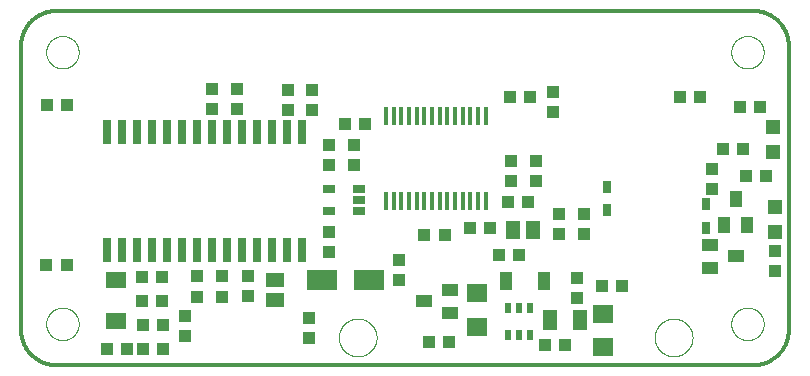
<source format=gtp>
G75*
%MOIN*%
%OFA0B0*%
%FSLAX25Y25*%
%IPPOS*%
%LPD*%
%AMOC8*
5,1,8,0,0,1.08239X$1,22.5*
%
%ADD10C,0.01200*%
%ADD11R,0.04331X0.03937*%
%ADD12R,0.03937X0.04331*%
%ADD13R,0.07087X0.06299*%
%ADD14R,0.04724X0.06890*%
%ADD15R,0.03937X0.05906*%
%ADD16R,0.02362X0.03543*%
%ADD17R,0.03150X0.03937*%
%ADD18R,0.05512X0.03937*%
%ADD19R,0.03937X0.05512*%
%ADD20R,0.01575X0.05906*%
%ADD21R,0.04724X0.04724*%
%ADD22R,0.02600X0.08000*%
%ADD23R,0.03898X0.02717*%
%ADD24R,0.05906X0.05118*%
%ADD25R,0.07087X0.05512*%
%ADD26R,0.09843X0.06693*%
%ADD27R,0.05118X0.05906*%
%ADD28C,0.00000*%
D10*
X0015580Y0025231D02*
X0247863Y0025231D01*
X0248148Y0025234D01*
X0248434Y0025245D01*
X0248719Y0025262D01*
X0249003Y0025286D01*
X0249287Y0025317D01*
X0249570Y0025355D01*
X0249851Y0025400D01*
X0250132Y0025451D01*
X0250412Y0025509D01*
X0250690Y0025574D01*
X0250966Y0025646D01*
X0251240Y0025724D01*
X0251513Y0025809D01*
X0251783Y0025901D01*
X0252051Y0025999D01*
X0252317Y0026103D01*
X0252580Y0026214D01*
X0252840Y0026331D01*
X0253098Y0026454D01*
X0253352Y0026584D01*
X0253603Y0026720D01*
X0253851Y0026861D01*
X0254095Y0027009D01*
X0254336Y0027162D01*
X0254572Y0027322D01*
X0254805Y0027487D01*
X0255034Y0027657D01*
X0255259Y0027833D01*
X0255479Y0028015D01*
X0255695Y0028201D01*
X0255906Y0028393D01*
X0256113Y0028590D01*
X0256315Y0028792D01*
X0256512Y0028999D01*
X0256704Y0029210D01*
X0256890Y0029426D01*
X0257072Y0029646D01*
X0257248Y0029871D01*
X0257418Y0030100D01*
X0257583Y0030333D01*
X0257743Y0030569D01*
X0257896Y0030810D01*
X0258044Y0031054D01*
X0258185Y0031302D01*
X0258321Y0031553D01*
X0258451Y0031807D01*
X0258574Y0032065D01*
X0258691Y0032325D01*
X0258802Y0032588D01*
X0258906Y0032854D01*
X0259004Y0033122D01*
X0259096Y0033392D01*
X0259181Y0033665D01*
X0259259Y0033939D01*
X0259331Y0034215D01*
X0259396Y0034493D01*
X0259454Y0034773D01*
X0259505Y0035054D01*
X0259550Y0035335D01*
X0259588Y0035618D01*
X0259619Y0035902D01*
X0259643Y0036186D01*
X0259660Y0036471D01*
X0259671Y0036757D01*
X0259674Y0037042D01*
X0259674Y0131530D01*
X0259671Y0131815D01*
X0259660Y0132101D01*
X0259643Y0132386D01*
X0259619Y0132670D01*
X0259588Y0132954D01*
X0259550Y0133237D01*
X0259505Y0133518D01*
X0259454Y0133799D01*
X0259396Y0134079D01*
X0259331Y0134357D01*
X0259259Y0134633D01*
X0259181Y0134907D01*
X0259096Y0135180D01*
X0259004Y0135450D01*
X0258906Y0135718D01*
X0258802Y0135984D01*
X0258691Y0136247D01*
X0258574Y0136507D01*
X0258451Y0136765D01*
X0258321Y0137019D01*
X0258185Y0137270D01*
X0258044Y0137518D01*
X0257896Y0137762D01*
X0257743Y0138003D01*
X0257583Y0138239D01*
X0257418Y0138472D01*
X0257248Y0138701D01*
X0257072Y0138926D01*
X0256890Y0139146D01*
X0256704Y0139362D01*
X0256512Y0139573D01*
X0256315Y0139780D01*
X0256113Y0139982D01*
X0255906Y0140179D01*
X0255695Y0140371D01*
X0255479Y0140557D01*
X0255259Y0140739D01*
X0255034Y0140915D01*
X0254805Y0141085D01*
X0254572Y0141250D01*
X0254336Y0141410D01*
X0254095Y0141563D01*
X0253851Y0141711D01*
X0253603Y0141852D01*
X0253352Y0141988D01*
X0253098Y0142118D01*
X0252840Y0142241D01*
X0252580Y0142358D01*
X0252317Y0142469D01*
X0252051Y0142573D01*
X0251783Y0142671D01*
X0251513Y0142763D01*
X0251240Y0142848D01*
X0250966Y0142926D01*
X0250690Y0142998D01*
X0250412Y0143063D01*
X0250132Y0143121D01*
X0249851Y0143172D01*
X0249570Y0143217D01*
X0249287Y0143255D01*
X0249003Y0143286D01*
X0248719Y0143310D01*
X0248434Y0143327D01*
X0248148Y0143338D01*
X0247863Y0143341D01*
X0015580Y0143341D01*
X0015295Y0143338D01*
X0015009Y0143327D01*
X0014724Y0143310D01*
X0014440Y0143286D01*
X0014156Y0143255D01*
X0013873Y0143217D01*
X0013592Y0143172D01*
X0013311Y0143121D01*
X0013031Y0143063D01*
X0012753Y0142998D01*
X0012477Y0142926D01*
X0012203Y0142848D01*
X0011930Y0142763D01*
X0011660Y0142671D01*
X0011392Y0142573D01*
X0011126Y0142469D01*
X0010863Y0142358D01*
X0010603Y0142241D01*
X0010345Y0142118D01*
X0010091Y0141988D01*
X0009840Y0141852D01*
X0009592Y0141711D01*
X0009348Y0141563D01*
X0009107Y0141410D01*
X0008871Y0141250D01*
X0008638Y0141085D01*
X0008409Y0140915D01*
X0008184Y0140739D01*
X0007964Y0140557D01*
X0007748Y0140371D01*
X0007537Y0140179D01*
X0007330Y0139982D01*
X0007128Y0139780D01*
X0006931Y0139573D01*
X0006739Y0139362D01*
X0006553Y0139146D01*
X0006371Y0138926D01*
X0006195Y0138701D01*
X0006025Y0138472D01*
X0005860Y0138239D01*
X0005700Y0138003D01*
X0005547Y0137762D01*
X0005399Y0137518D01*
X0005258Y0137270D01*
X0005122Y0137019D01*
X0004992Y0136765D01*
X0004869Y0136507D01*
X0004752Y0136247D01*
X0004641Y0135984D01*
X0004537Y0135718D01*
X0004439Y0135450D01*
X0004347Y0135180D01*
X0004262Y0134907D01*
X0004184Y0134633D01*
X0004112Y0134357D01*
X0004047Y0134079D01*
X0003989Y0133799D01*
X0003938Y0133518D01*
X0003893Y0133237D01*
X0003855Y0132954D01*
X0003824Y0132670D01*
X0003800Y0132386D01*
X0003783Y0132101D01*
X0003772Y0131815D01*
X0003769Y0131530D01*
X0003769Y0037042D01*
X0003772Y0036757D01*
X0003783Y0036471D01*
X0003800Y0036186D01*
X0003824Y0035902D01*
X0003855Y0035618D01*
X0003893Y0035335D01*
X0003938Y0035054D01*
X0003989Y0034773D01*
X0004047Y0034493D01*
X0004112Y0034215D01*
X0004184Y0033939D01*
X0004262Y0033665D01*
X0004347Y0033392D01*
X0004439Y0033122D01*
X0004537Y0032854D01*
X0004641Y0032588D01*
X0004752Y0032325D01*
X0004869Y0032065D01*
X0004992Y0031807D01*
X0005122Y0031553D01*
X0005258Y0031302D01*
X0005399Y0031054D01*
X0005547Y0030810D01*
X0005700Y0030569D01*
X0005860Y0030333D01*
X0006025Y0030100D01*
X0006195Y0029871D01*
X0006371Y0029646D01*
X0006553Y0029426D01*
X0006739Y0029210D01*
X0006931Y0028999D01*
X0007128Y0028792D01*
X0007330Y0028590D01*
X0007537Y0028393D01*
X0007748Y0028201D01*
X0007964Y0028015D01*
X0008184Y0027833D01*
X0008409Y0027657D01*
X0008638Y0027487D01*
X0008871Y0027322D01*
X0009107Y0027162D01*
X0009348Y0027009D01*
X0009592Y0026861D01*
X0009840Y0026720D01*
X0010091Y0026584D01*
X0010345Y0026454D01*
X0010603Y0026331D01*
X0010863Y0026214D01*
X0011126Y0026103D01*
X0011392Y0025999D01*
X0011660Y0025901D01*
X0011930Y0025809D01*
X0012203Y0025724D01*
X0012477Y0025646D01*
X0012753Y0025574D01*
X0013031Y0025509D01*
X0013311Y0025451D01*
X0013592Y0025400D01*
X0013873Y0025355D01*
X0014156Y0025317D01*
X0014440Y0025286D01*
X0014724Y0025262D01*
X0015009Y0025245D01*
X0015295Y0025234D01*
X0015580Y0025231D01*
D11*
X0044241Y0030743D03*
X0050934Y0030743D03*
X0058375Y0034995D03*
X0058375Y0041688D03*
X0050816Y0046767D03*
X0044123Y0046767D03*
X0044202Y0054759D03*
X0050894Y0054759D03*
X0079556Y0054877D03*
X0079556Y0048184D03*
X0018926Y0058578D03*
X0012233Y0058578D03*
X0106328Y0092082D03*
X0114595Y0092042D03*
X0114595Y0098735D03*
X0106328Y0098775D03*
X0111721Y0105625D03*
X0118414Y0105625D03*
X0100816Y0110389D03*
X0092666Y0110389D03*
X0092666Y0117082D03*
X0100816Y0117082D03*
X0166131Y0079680D03*
X0172824Y0079680D03*
X0160186Y0070822D03*
X0153493Y0070822D03*
X0162942Y0062042D03*
X0169635Y0062042D03*
X0189202Y0054326D03*
X0197272Y0051727D03*
X0203965Y0051727D03*
X0189202Y0047633D03*
X0185009Y0031944D03*
X0178316Y0031944D03*
X0255146Y0056767D03*
X0255146Y0063460D03*
X0234083Y0084089D03*
X0234083Y0090782D03*
X0237587Y0097397D03*
X0244280Y0097397D03*
X0230068Y0114483D03*
X0223375Y0114483D03*
X0180934Y0116294D03*
X0180934Y0109601D03*
X0019044Y0112121D03*
X0012351Y0112121D03*
D12*
X0067548Y0110586D03*
X0075698Y0110625D03*
X0075698Y0117318D03*
X0067548Y0117278D03*
X0106446Y0069798D03*
X0106446Y0063105D03*
X0129733Y0060192D03*
X0129733Y0053499D03*
X0138217Y0068538D03*
X0144910Y0068538D03*
X0167233Y0086491D03*
X0175501Y0086688D03*
X0175501Y0093381D03*
X0167233Y0093184D03*
X0183178Y0075507D03*
X0191367Y0075546D03*
X0191367Y0068853D03*
X0183178Y0068814D03*
X0245461Y0088420D03*
X0252154Y0088420D03*
X0250028Y0111255D03*
X0243335Y0111255D03*
X0173493Y0114798D03*
X0166800Y0114798D03*
X0070894Y0054837D03*
X0062430Y0054837D03*
X0062430Y0048145D03*
X0070894Y0048145D03*
X0050934Y0038735D03*
X0044241Y0038735D03*
X0039044Y0030743D03*
X0032351Y0030743D03*
X0099635Y0034286D03*
X0099635Y0040979D03*
X0139635Y0033105D03*
X0146328Y0033105D03*
D13*
X0155619Y0038145D03*
X0155619Y0049168D03*
X0197666Y0042200D03*
X0197666Y0031176D03*
D14*
X0189969Y0040389D03*
X0179930Y0040389D03*
D15*
X0178080Y0053204D03*
X0165284Y0053204D03*
D16*
X0165934Y0044208D03*
X0169674Y0044208D03*
X0173414Y0044208D03*
X0173414Y0035152D03*
X0169674Y0035152D03*
X0165934Y0035152D03*
D17*
X0232154Y0071097D03*
X0232154Y0078971D03*
X0199083Y0076885D03*
X0199083Y0084759D03*
D18*
X0233532Y0065231D03*
X0242194Y0061491D03*
X0233532Y0057751D03*
X0146879Y0050231D03*
X0138217Y0046491D03*
X0146879Y0042751D03*
D19*
X0238178Y0071924D03*
X0245658Y0071924D03*
X0241918Y0080586D03*
D20*
X0158670Y0079818D03*
X0156111Y0079818D03*
X0153552Y0079818D03*
X0150993Y0079818D03*
X0148434Y0079818D03*
X0145875Y0079818D03*
X0143316Y0079818D03*
X0140757Y0079818D03*
X0138198Y0079818D03*
X0135639Y0079818D03*
X0133080Y0079818D03*
X0130520Y0079818D03*
X0127961Y0079818D03*
X0125402Y0079818D03*
X0125402Y0108361D03*
X0127961Y0108361D03*
X0130520Y0108361D03*
X0133080Y0108361D03*
X0135639Y0108361D03*
X0138198Y0108361D03*
X0140757Y0108361D03*
X0143316Y0108361D03*
X0145875Y0108361D03*
X0148434Y0108361D03*
X0150993Y0108361D03*
X0153552Y0108361D03*
X0156111Y0108361D03*
X0158670Y0108361D03*
D21*
X0254556Y0104562D03*
X0254556Y0096294D03*
X0255028Y0078066D03*
X0255028Y0069798D03*
D22*
X0097568Y0063541D03*
X0092568Y0063541D03*
X0087568Y0063541D03*
X0082568Y0063541D03*
X0077568Y0063541D03*
X0072568Y0063541D03*
X0067568Y0063541D03*
X0062568Y0063541D03*
X0057568Y0063541D03*
X0052568Y0063541D03*
X0047568Y0063541D03*
X0042568Y0063541D03*
X0037568Y0063541D03*
X0032568Y0063541D03*
X0032568Y0103141D03*
X0037568Y0103141D03*
X0042568Y0103141D03*
X0047568Y0103141D03*
X0052568Y0103141D03*
X0057568Y0103141D03*
X0062568Y0103141D03*
X0067568Y0103141D03*
X0072568Y0103141D03*
X0077568Y0103141D03*
X0082568Y0103141D03*
X0087568Y0103141D03*
X0092568Y0103141D03*
X0097568Y0103141D03*
D23*
X0106367Y0084129D03*
X0116564Y0084129D03*
X0116564Y0080389D03*
X0116564Y0076649D03*
X0106367Y0076649D03*
D24*
X0088335Y0053656D03*
X0088335Y0046963D03*
D25*
X0035501Y0053499D03*
X0035501Y0040113D03*
D26*
X0104064Y0053538D03*
X0119812Y0053538D03*
D27*
X0167784Y0070310D03*
X0174477Y0070310D03*
D28*
X0214989Y0034483D02*
X0214991Y0034641D01*
X0214997Y0034799D01*
X0215007Y0034957D01*
X0215021Y0035115D01*
X0215039Y0035272D01*
X0215060Y0035429D01*
X0215086Y0035585D01*
X0215116Y0035741D01*
X0215149Y0035896D01*
X0215187Y0036049D01*
X0215228Y0036202D01*
X0215273Y0036354D01*
X0215322Y0036505D01*
X0215375Y0036654D01*
X0215431Y0036802D01*
X0215491Y0036948D01*
X0215555Y0037093D01*
X0215623Y0037236D01*
X0215694Y0037378D01*
X0215768Y0037518D01*
X0215846Y0037655D01*
X0215928Y0037791D01*
X0216012Y0037925D01*
X0216101Y0038056D01*
X0216192Y0038185D01*
X0216287Y0038312D01*
X0216384Y0038437D01*
X0216485Y0038559D01*
X0216589Y0038678D01*
X0216696Y0038795D01*
X0216806Y0038909D01*
X0216919Y0039020D01*
X0217034Y0039129D01*
X0217152Y0039234D01*
X0217273Y0039336D01*
X0217396Y0039436D01*
X0217522Y0039532D01*
X0217650Y0039625D01*
X0217780Y0039715D01*
X0217913Y0039801D01*
X0218048Y0039885D01*
X0218184Y0039964D01*
X0218323Y0040041D01*
X0218464Y0040113D01*
X0218606Y0040183D01*
X0218750Y0040248D01*
X0218896Y0040310D01*
X0219043Y0040368D01*
X0219192Y0040423D01*
X0219342Y0040474D01*
X0219493Y0040521D01*
X0219645Y0040564D01*
X0219798Y0040603D01*
X0219953Y0040639D01*
X0220108Y0040670D01*
X0220264Y0040698D01*
X0220420Y0040722D01*
X0220577Y0040742D01*
X0220735Y0040758D01*
X0220892Y0040770D01*
X0221051Y0040778D01*
X0221209Y0040782D01*
X0221367Y0040782D01*
X0221525Y0040778D01*
X0221684Y0040770D01*
X0221841Y0040758D01*
X0221999Y0040742D01*
X0222156Y0040722D01*
X0222312Y0040698D01*
X0222468Y0040670D01*
X0222623Y0040639D01*
X0222778Y0040603D01*
X0222931Y0040564D01*
X0223083Y0040521D01*
X0223234Y0040474D01*
X0223384Y0040423D01*
X0223533Y0040368D01*
X0223680Y0040310D01*
X0223826Y0040248D01*
X0223970Y0040183D01*
X0224112Y0040113D01*
X0224253Y0040041D01*
X0224392Y0039964D01*
X0224528Y0039885D01*
X0224663Y0039801D01*
X0224796Y0039715D01*
X0224926Y0039625D01*
X0225054Y0039532D01*
X0225180Y0039436D01*
X0225303Y0039336D01*
X0225424Y0039234D01*
X0225542Y0039129D01*
X0225657Y0039020D01*
X0225770Y0038909D01*
X0225880Y0038795D01*
X0225987Y0038678D01*
X0226091Y0038559D01*
X0226192Y0038437D01*
X0226289Y0038312D01*
X0226384Y0038185D01*
X0226475Y0038056D01*
X0226564Y0037925D01*
X0226648Y0037791D01*
X0226730Y0037655D01*
X0226808Y0037518D01*
X0226882Y0037378D01*
X0226953Y0037236D01*
X0227021Y0037093D01*
X0227085Y0036948D01*
X0227145Y0036802D01*
X0227201Y0036654D01*
X0227254Y0036505D01*
X0227303Y0036354D01*
X0227348Y0036202D01*
X0227389Y0036049D01*
X0227427Y0035896D01*
X0227460Y0035741D01*
X0227490Y0035585D01*
X0227516Y0035429D01*
X0227537Y0035272D01*
X0227555Y0035115D01*
X0227569Y0034957D01*
X0227579Y0034799D01*
X0227585Y0034641D01*
X0227587Y0034483D01*
X0227585Y0034325D01*
X0227579Y0034167D01*
X0227569Y0034009D01*
X0227555Y0033851D01*
X0227537Y0033694D01*
X0227516Y0033537D01*
X0227490Y0033381D01*
X0227460Y0033225D01*
X0227427Y0033070D01*
X0227389Y0032917D01*
X0227348Y0032764D01*
X0227303Y0032612D01*
X0227254Y0032461D01*
X0227201Y0032312D01*
X0227145Y0032164D01*
X0227085Y0032018D01*
X0227021Y0031873D01*
X0226953Y0031730D01*
X0226882Y0031588D01*
X0226808Y0031448D01*
X0226730Y0031311D01*
X0226648Y0031175D01*
X0226564Y0031041D01*
X0226475Y0030910D01*
X0226384Y0030781D01*
X0226289Y0030654D01*
X0226192Y0030529D01*
X0226091Y0030407D01*
X0225987Y0030288D01*
X0225880Y0030171D01*
X0225770Y0030057D01*
X0225657Y0029946D01*
X0225542Y0029837D01*
X0225424Y0029732D01*
X0225303Y0029630D01*
X0225180Y0029530D01*
X0225054Y0029434D01*
X0224926Y0029341D01*
X0224796Y0029251D01*
X0224663Y0029165D01*
X0224528Y0029081D01*
X0224392Y0029002D01*
X0224253Y0028925D01*
X0224112Y0028853D01*
X0223970Y0028783D01*
X0223826Y0028718D01*
X0223680Y0028656D01*
X0223533Y0028598D01*
X0223384Y0028543D01*
X0223234Y0028492D01*
X0223083Y0028445D01*
X0222931Y0028402D01*
X0222778Y0028363D01*
X0222623Y0028327D01*
X0222468Y0028296D01*
X0222312Y0028268D01*
X0222156Y0028244D01*
X0221999Y0028224D01*
X0221841Y0028208D01*
X0221684Y0028196D01*
X0221525Y0028188D01*
X0221367Y0028184D01*
X0221209Y0028184D01*
X0221051Y0028188D01*
X0220892Y0028196D01*
X0220735Y0028208D01*
X0220577Y0028224D01*
X0220420Y0028244D01*
X0220264Y0028268D01*
X0220108Y0028296D01*
X0219953Y0028327D01*
X0219798Y0028363D01*
X0219645Y0028402D01*
X0219493Y0028445D01*
X0219342Y0028492D01*
X0219192Y0028543D01*
X0219043Y0028598D01*
X0218896Y0028656D01*
X0218750Y0028718D01*
X0218606Y0028783D01*
X0218464Y0028853D01*
X0218323Y0028925D01*
X0218184Y0029002D01*
X0218048Y0029081D01*
X0217913Y0029165D01*
X0217780Y0029251D01*
X0217650Y0029341D01*
X0217522Y0029434D01*
X0217396Y0029530D01*
X0217273Y0029630D01*
X0217152Y0029732D01*
X0217034Y0029837D01*
X0216919Y0029946D01*
X0216806Y0030057D01*
X0216696Y0030171D01*
X0216589Y0030288D01*
X0216485Y0030407D01*
X0216384Y0030529D01*
X0216287Y0030654D01*
X0216192Y0030781D01*
X0216101Y0030910D01*
X0216012Y0031041D01*
X0215928Y0031175D01*
X0215846Y0031311D01*
X0215768Y0031448D01*
X0215694Y0031588D01*
X0215623Y0031730D01*
X0215555Y0031873D01*
X0215491Y0032018D01*
X0215431Y0032164D01*
X0215375Y0032312D01*
X0215322Y0032461D01*
X0215273Y0032612D01*
X0215228Y0032764D01*
X0215187Y0032917D01*
X0215149Y0033070D01*
X0215116Y0033225D01*
X0215086Y0033381D01*
X0215060Y0033537D01*
X0215039Y0033694D01*
X0215021Y0033851D01*
X0215007Y0034009D01*
X0214997Y0034167D01*
X0214991Y0034325D01*
X0214989Y0034483D01*
X0240481Y0039011D02*
X0240483Y0039158D01*
X0240489Y0039304D01*
X0240499Y0039450D01*
X0240513Y0039596D01*
X0240531Y0039742D01*
X0240552Y0039887D01*
X0240578Y0040031D01*
X0240608Y0040175D01*
X0240641Y0040317D01*
X0240678Y0040459D01*
X0240719Y0040600D01*
X0240764Y0040739D01*
X0240813Y0040878D01*
X0240865Y0041015D01*
X0240922Y0041150D01*
X0240981Y0041284D01*
X0241045Y0041416D01*
X0241112Y0041546D01*
X0241182Y0041675D01*
X0241256Y0041802D01*
X0241333Y0041926D01*
X0241414Y0042049D01*
X0241498Y0042169D01*
X0241585Y0042287D01*
X0241675Y0042402D01*
X0241768Y0042515D01*
X0241865Y0042626D01*
X0241964Y0042734D01*
X0242066Y0042839D01*
X0242171Y0042941D01*
X0242279Y0043040D01*
X0242390Y0043137D01*
X0242503Y0043230D01*
X0242618Y0043320D01*
X0242736Y0043407D01*
X0242856Y0043491D01*
X0242979Y0043572D01*
X0243103Y0043649D01*
X0243230Y0043723D01*
X0243359Y0043793D01*
X0243489Y0043860D01*
X0243621Y0043924D01*
X0243755Y0043983D01*
X0243890Y0044040D01*
X0244027Y0044092D01*
X0244166Y0044141D01*
X0244305Y0044186D01*
X0244446Y0044227D01*
X0244588Y0044264D01*
X0244730Y0044297D01*
X0244874Y0044327D01*
X0245018Y0044353D01*
X0245163Y0044374D01*
X0245309Y0044392D01*
X0245455Y0044406D01*
X0245601Y0044416D01*
X0245747Y0044422D01*
X0245894Y0044424D01*
X0246041Y0044422D01*
X0246187Y0044416D01*
X0246333Y0044406D01*
X0246479Y0044392D01*
X0246625Y0044374D01*
X0246770Y0044353D01*
X0246914Y0044327D01*
X0247058Y0044297D01*
X0247200Y0044264D01*
X0247342Y0044227D01*
X0247483Y0044186D01*
X0247622Y0044141D01*
X0247761Y0044092D01*
X0247898Y0044040D01*
X0248033Y0043983D01*
X0248167Y0043924D01*
X0248299Y0043860D01*
X0248429Y0043793D01*
X0248558Y0043723D01*
X0248685Y0043649D01*
X0248809Y0043572D01*
X0248932Y0043491D01*
X0249052Y0043407D01*
X0249170Y0043320D01*
X0249285Y0043230D01*
X0249398Y0043137D01*
X0249509Y0043040D01*
X0249617Y0042941D01*
X0249722Y0042839D01*
X0249824Y0042734D01*
X0249923Y0042626D01*
X0250020Y0042515D01*
X0250113Y0042402D01*
X0250203Y0042287D01*
X0250290Y0042169D01*
X0250374Y0042049D01*
X0250455Y0041926D01*
X0250532Y0041802D01*
X0250606Y0041675D01*
X0250676Y0041546D01*
X0250743Y0041416D01*
X0250807Y0041284D01*
X0250866Y0041150D01*
X0250923Y0041015D01*
X0250975Y0040878D01*
X0251024Y0040739D01*
X0251069Y0040600D01*
X0251110Y0040459D01*
X0251147Y0040317D01*
X0251180Y0040175D01*
X0251210Y0040031D01*
X0251236Y0039887D01*
X0251257Y0039742D01*
X0251275Y0039596D01*
X0251289Y0039450D01*
X0251299Y0039304D01*
X0251305Y0039158D01*
X0251307Y0039011D01*
X0251305Y0038864D01*
X0251299Y0038718D01*
X0251289Y0038572D01*
X0251275Y0038426D01*
X0251257Y0038280D01*
X0251236Y0038135D01*
X0251210Y0037991D01*
X0251180Y0037847D01*
X0251147Y0037705D01*
X0251110Y0037563D01*
X0251069Y0037422D01*
X0251024Y0037283D01*
X0250975Y0037144D01*
X0250923Y0037007D01*
X0250866Y0036872D01*
X0250807Y0036738D01*
X0250743Y0036606D01*
X0250676Y0036476D01*
X0250606Y0036347D01*
X0250532Y0036220D01*
X0250455Y0036096D01*
X0250374Y0035973D01*
X0250290Y0035853D01*
X0250203Y0035735D01*
X0250113Y0035620D01*
X0250020Y0035507D01*
X0249923Y0035396D01*
X0249824Y0035288D01*
X0249722Y0035183D01*
X0249617Y0035081D01*
X0249509Y0034982D01*
X0249398Y0034885D01*
X0249285Y0034792D01*
X0249170Y0034702D01*
X0249052Y0034615D01*
X0248932Y0034531D01*
X0248809Y0034450D01*
X0248685Y0034373D01*
X0248558Y0034299D01*
X0248429Y0034229D01*
X0248299Y0034162D01*
X0248167Y0034098D01*
X0248033Y0034039D01*
X0247898Y0033982D01*
X0247761Y0033930D01*
X0247622Y0033881D01*
X0247483Y0033836D01*
X0247342Y0033795D01*
X0247200Y0033758D01*
X0247058Y0033725D01*
X0246914Y0033695D01*
X0246770Y0033669D01*
X0246625Y0033648D01*
X0246479Y0033630D01*
X0246333Y0033616D01*
X0246187Y0033606D01*
X0246041Y0033600D01*
X0245894Y0033598D01*
X0245747Y0033600D01*
X0245601Y0033606D01*
X0245455Y0033616D01*
X0245309Y0033630D01*
X0245163Y0033648D01*
X0245018Y0033669D01*
X0244874Y0033695D01*
X0244730Y0033725D01*
X0244588Y0033758D01*
X0244446Y0033795D01*
X0244305Y0033836D01*
X0244166Y0033881D01*
X0244027Y0033930D01*
X0243890Y0033982D01*
X0243755Y0034039D01*
X0243621Y0034098D01*
X0243489Y0034162D01*
X0243359Y0034229D01*
X0243230Y0034299D01*
X0243103Y0034373D01*
X0242979Y0034450D01*
X0242856Y0034531D01*
X0242736Y0034615D01*
X0242618Y0034702D01*
X0242503Y0034792D01*
X0242390Y0034885D01*
X0242279Y0034982D01*
X0242171Y0035081D01*
X0242066Y0035183D01*
X0241964Y0035288D01*
X0241865Y0035396D01*
X0241768Y0035507D01*
X0241675Y0035620D01*
X0241585Y0035735D01*
X0241498Y0035853D01*
X0241414Y0035973D01*
X0241333Y0036096D01*
X0241256Y0036220D01*
X0241182Y0036347D01*
X0241112Y0036476D01*
X0241045Y0036606D01*
X0240981Y0036738D01*
X0240922Y0036872D01*
X0240865Y0037007D01*
X0240813Y0037144D01*
X0240764Y0037283D01*
X0240719Y0037422D01*
X0240678Y0037563D01*
X0240641Y0037705D01*
X0240608Y0037847D01*
X0240578Y0037991D01*
X0240552Y0038135D01*
X0240531Y0038280D01*
X0240513Y0038426D01*
X0240499Y0038572D01*
X0240489Y0038718D01*
X0240483Y0038864D01*
X0240481Y0039011D01*
X0109674Y0034483D02*
X0109676Y0034641D01*
X0109682Y0034799D01*
X0109692Y0034957D01*
X0109706Y0035115D01*
X0109724Y0035272D01*
X0109745Y0035429D01*
X0109771Y0035585D01*
X0109801Y0035741D01*
X0109834Y0035896D01*
X0109872Y0036049D01*
X0109913Y0036202D01*
X0109958Y0036354D01*
X0110007Y0036505D01*
X0110060Y0036654D01*
X0110116Y0036802D01*
X0110176Y0036948D01*
X0110240Y0037093D01*
X0110308Y0037236D01*
X0110379Y0037378D01*
X0110453Y0037518D01*
X0110531Y0037655D01*
X0110613Y0037791D01*
X0110697Y0037925D01*
X0110786Y0038056D01*
X0110877Y0038185D01*
X0110972Y0038312D01*
X0111069Y0038437D01*
X0111170Y0038559D01*
X0111274Y0038678D01*
X0111381Y0038795D01*
X0111491Y0038909D01*
X0111604Y0039020D01*
X0111719Y0039129D01*
X0111837Y0039234D01*
X0111958Y0039336D01*
X0112081Y0039436D01*
X0112207Y0039532D01*
X0112335Y0039625D01*
X0112465Y0039715D01*
X0112598Y0039801D01*
X0112733Y0039885D01*
X0112869Y0039964D01*
X0113008Y0040041D01*
X0113149Y0040113D01*
X0113291Y0040183D01*
X0113435Y0040248D01*
X0113581Y0040310D01*
X0113728Y0040368D01*
X0113877Y0040423D01*
X0114027Y0040474D01*
X0114178Y0040521D01*
X0114330Y0040564D01*
X0114483Y0040603D01*
X0114638Y0040639D01*
X0114793Y0040670D01*
X0114949Y0040698D01*
X0115105Y0040722D01*
X0115262Y0040742D01*
X0115420Y0040758D01*
X0115577Y0040770D01*
X0115736Y0040778D01*
X0115894Y0040782D01*
X0116052Y0040782D01*
X0116210Y0040778D01*
X0116369Y0040770D01*
X0116526Y0040758D01*
X0116684Y0040742D01*
X0116841Y0040722D01*
X0116997Y0040698D01*
X0117153Y0040670D01*
X0117308Y0040639D01*
X0117463Y0040603D01*
X0117616Y0040564D01*
X0117768Y0040521D01*
X0117919Y0040474D01*
X0118069Y0040423D01*
X0118218Y0040368D01*
X0118365Y0040310D01*
X0118511Y0040248D01*
X0118655Y0040183D01*
X0118797Y0040113D01*
X0118938Y0040041D01*
X0119077Y0039964D01*
X0119213Y0039885D01*
X0119348Y0039801D01*
X0119481Y0039715D01*
X0119611Y0039625D01*
X0119739Y0039532D01*
X0119865Y0039436D01*
X0119988Y0039336D01*
X0120109Y0039234D01*
X0120227Y0039129D01*
X0120342Y0039020D01*
X0120455Y0038909D01*
X0120565Y0038795D01*
X0120672Y0038678D01*
X0120776Y0038559D01*
X0120877Y0038437D01*
X0120974Y0038312D01*
X0121069Y0038185D01*
X0121160Y0038056D01*
X0121249Y0037925D01*
X0121333Y0037791D01*
X0121415Y0037655D01*
X0121493Y0037518D01*
X0121567Y0037378D01*
X0121638Y0037236D01*
X0121706Y0037093D01*
X0121770Y0036948D01*
X0121830Y0036802D01*
X0121886Y0036654D01*
X0121939Y0036505D01*
X0121988Y0036354D01*
X0122033Y0036202D01*
X0122074Y0036049D01*
X0122112Y0035896D01*
X0122145Y0035741D01*
X0122175Y0035585D01*
X0122201Y0035429D01*
X0122222Y0035272D01*
X0122240Y0035115D01*
X0122254Y0034957D01*
X0122264Y0034799D01*
X0122270Y0034641D01*
X0122272Y0034483D01*
X0122270Y0034325D01*
X0122264Y0034167D01*
X0122254Y0034009D01*
X0122240Y0033851D01*
X0122222Y0033694D01*
X0122201Y0033537D01*
X0122175Y0033381D01*
X0122145Y0033225D01*
X0122112Y0033070D01*
X0122074Y0032917D01*
X0122033Y0032764D01*
X0121988Y0032612D01*
X0121939Y0032461D01*
X0121886Y0032312D01*
X0121830Y0032164D01*
X0121770Y0032018D01*
X0121706Y0031873D01*
X0121638Y0031730D01*
X0121567Y0031588D01*
X0121493Y0031448D01*
X0121415Y0031311D01*
X0121333Y0031175D01*
X0121249Y0031041D01*
X0121160Y0030910D01*
X0121069Y0030781D01*
X0120974Y0030654D01*
X0120877Y0030529D01*
X0120776Y0030407D01*
X0120672Y0030288D01*
X0120565Y0030171D01*
X0120455Y0030057D01*
X0120342Y0029946D01*
X0120227Y0029837D01*
X0120109Y0029732D01*
X0119988Y0029630D01*
X0119865Y0029530D01*
X0119739Y0029434D01*
X0119611Y0029341D01*
X0119481Y0029251D01*
X0119348Y0029165D01*
X0119213Y0029081D01*
X0119077Y0029002D01*
X0118938Y0028925D01*
X0118797Y0028853D01*
X0118655Y0028783D01*
X0118511Y0028718D01*
X0118365Y0028656D01*
X0118218Y0028598D01*
X0118069Y0028543D01*
X0117919Y0028492D01*
X0117768Y0028445D01*
X0117616Y0028402D01*
X0117463Y0028363D01*
X0117308Y0028327D01*
X0117153Y0028296D01*
X0116997Y0028268D01*
X0116841Y0028244D01*
X0116684Y0028224D01*
X0116526Y0028208D01*
X0116369Y0028196D01*
X0116210Y0028188D01*
X0116052Y0028184D01*
X0115894Y0028184D01*
X0115736Y0028188D01*
X0115577Y0028196D01*
X0115420Y0028208D01*
X0115262Y0028224D01*
X0115105Y0028244D01*
X0114949Y0028268D01*
X0114793Y0028296D01*
X0114638Y0028327D01*
X0114483Y0028363D01*
X0114330Y0028402D01*
X0114178Y0028445D01*
X0114027Y0028492D01*
X0113877Y0028543D01*
X0113728Y0028598D01*
X0113581Y0028656D01*
X0113435Y0028718D01*
X0113291Y0028783D01*
X0113149Y0028853D01*
X0113008Y0028925D01*
X0112869Y0029002D01*
X0112733Y0029081D01*
X0112598Y0029165D01*
X0112465Y0029251D01*
X0112335Y0029341D01*
X0112207Y0029434D01*
X0112081Y0029530D01*
X0111958Y0029630D01*
X0111837Y0029732D01*
X0111719Y0029837D01*
X0111604Y0029946D01*
X0111491Y0030057D01*
X0111381Y0030171D01*
X0111274Y0030288D01*
X0111170Y0030407D01*
X0111069Y0030529D01*
X0110972Y0030654D01*
X0110877Y0030781D01*
X0110786Y0030910D01*
X0110697Y0031041D01*
X0110613Y0031175D01*
X0110531Y0031311D01*
X0110453Y0031448D01*
X0110379Y0031588D01*
X0110308Y0031730D01*
X0110240Y0031873D01*
X0110176Y0032018D01*
X0110116Y0032164D01*
X0110060Y0032312D01*
X0110007Y0032461D01*
X0109958Y0032612D01*
X0109913Y0032764D01*
X0109872Y0032917D01*
X0109834Y0033070D01*
X0109801Y0033225D01*
X0109771Y0033381D01*
X0109745Y0033537D01*
X0109724Y0033694D01*
X0109706Y0033851D01*
X0109692Y0034009D01*
X0109682Y0034167D01*
X0109676Y0034325D01*
X0109674Y0034483D01*
X0012135Y0039011D02*
X0012137Y0039158D01*
X0012143Y0039304D01*
X0012153Y0039450D01*
X0012167Y0039596D01*
X0012185Y0039742D01*
X0012206Y0039887D01*
X0012232Y0040031D01*
X0012262Y0040175D01*
X0012295Y0040317D01*
X0012332Y0040459D01*
X0012373Y0040600D01*
X0012418Y0040739D01*
X0012467Y0040878D01*
X0012519Y0041015D01*
X0012576Y0041150D01*
X0012635Y0041284D01*
X0012699Y0041416D01*
X0012766Y0041546D01*
X0012836Y0041675D01*
X0012910Y0041802D01*
X0012987Y0041926D01*
X0013068Y0042049D01*
X0013152Y0042169D01*
X0013239Y0042287D01*
X0013329Y0042402D01*
X0013422Y0042515D01*
X0013519Y0042626D01*
X0013618Y0042734D01*
X0013720Y0042839D01*
X0013825Y0042941D01*
X0013933Y0043040D01*
X0014044Y0043137D01*
X0014157Y0043230D01*
X0014272Y0043320D01*
X0014390Y0043407D01*
X0014510Y0043491D01*
X0014633Y0043572D01*
X0014757Y0043649D01*
X0014884Y0043723D01*
X0015013Y0043793D01*
X0015143Y0043860D01*
X0015275Y0043924D01*
X0015409Y0043983D01*
X0015544Y0044040D01*
X0015681Y0044092D01*
X0015820Y0044141D01*
X0015959Y0044186D01*
X0016100Y0044227D01*
X0016242Y0044264D01*
X0016384Y0044297D01*
X0016528Y0044327D01*
X0016672Y0044353D01*
X0016817Y0044374D01*
X0016963Y0044392D01*
X0017109Y0044406D01*
X0017255Y0044416D01*
X0017401Y0044422D01*
X0017548Y0044424D01*
X0017695Y0044422D01*
X0017841Y0044416D01*
X0017987Y0044406D01*
X0018133Y0044392D01*
X0018279Y0044374D01*
X0018424Y0044353D01*
X0018568Y0044327D01*
X0018712Y0044297D01*
X0018854Y0044264D01*
X0018996Y0044227D01*
X0019137Y0044186D01*
X0019276Y0044141D01*
X0019415Y0044092D01*
X0019552Y0044040D01*
X0019687Y0043983D01*
X0019821Y0043924D01*
X0019953Y0043860D01*
X0020083Y0043793D01*
X0020212Y0043723D01*
X0020339Y0043649D01*
X0020463Y0043572D01*
X0020586Y0043491D01*
X0020706Y0043407D01*
X0020824Y0043320D01*
X0020939Y0043230D01*
X0021052Y0043137D01*
X0021163Y0043040D01*
X0021271Y0042941D01*
X0021376Y0042839D01*
X0021478Y0042734D01*
X0021577Y0042626D01*
X0021674Y0042515D01*
X0021767Y0042402D01*
X0021857Y0042287D01*
X0021944Y0042169D01*
X0022028Y0042049D01*
X0022109Y0041926D01*
X0022186Y0041802D01*
X0022260Y0041675D01*
X0022330Y0041546D01*
X0022397Y0041416D01*
X0022461Y0041284D01*
X0022520Y0041150D01*
X0022577Y0041015D01*
X0022629Y0040878D01*
X0022678Y0040739D01*
X0022723Y0040600D01*
X0022764Y0040459D01*
X0022801Y0040317D01*
X0022834Y0040175D01*
X0022864Y0040031D01*
X0022890Y0039887D01*
X0022911Y0039742D01*
X0022929Y0039596D01*
X0022943Y0039450D01*
X0022953Y0039304D01*
X0022959Y0039158D01*
X0022961Y0039011D01*
X0022959Y0038864D01*
X0022953Y0038718D01*
X0022943Y0038572D01*
X0022929Y0038426D01*
X0022911Y0038280D01*
X0022890Y0038135D01*
X0022864Y0037991D01*
X0022834Y0037847D01*
X0022801Y0037705D01*
X0022764Y0037563D01*
X0022723Y0037422D01*
X0022678Y0037283D01*
X0022629Y0037144D01*
X0022577Y0037007D01*
X0022520Y0036872D01*
X0022461Y0036738D01*
X0022397Y0036606D01*
X0022330Y0036476D01*
X0022260Y0036347D01*
X0022186Y0036220D01*
X0022109Y0036096D01*
X0022028Y0035973D01*
X0021944Y0035853D01*
X0021857Y0035735D01*
X0021767Y0035620D01*
X0021674Y0035507D01*
X0021577Y0035396D01*
X0021478Y0035288D01*
X0021376Y0035183D01*
X0021271Y0035081D01*
X0021163Y0034982D01*
X0021052Y0034885D01*
X0020939Y0034792D01*
X0020824Y0034702D01*
X0020706Y0034615D01*
X0020586Y0034531D01*
X0020463Y0034450D01*
X0020339Y0034373D01*
X0020212Y0034299D01*
X0020083Y0034229D01*
X0019953Y0034162D01*
X0019821Y0034098D01*
X0019687Y0034039D01*
X0019552Y0033982D01*
X0019415Y0033930D01*
X0019276Y0033881D01*
X0019137Y0033836D01*
X0018996Y0033795D01*
X0018854Y0033758D01*
X0018712Y0033725D01*
X0018568Y0033695D01*
X0018424Y0033669D01*
X0018279Y0033648D01*
X0018133Y0033630D01*
X0017987Y0033616D01*
X0017841Y0033606D01*
X0017695Y0033600D01*
X0017548Y0033598D01*
X0017401Y0033600D01*
X0017255Y0033606D01*
X0017109Y0033616D01*
X0016963Y0033630D01*
X0016817Y0033648D01*
X0016672Y0033669D01*
X0016528Y0033695D01*
X0016384Y0033725D01*
X0016242Y0033758D01*
X0016100Y0033795D01*
X0015959Y0033836D01*
X0015820Y0033881D01*
X0015681Y0033930D01*
X0015544Y0033982D01*
X0015409Y0034039D01*
X0015275Y0034098D01*
X0015143Y0034162D01*
X0015013Y0034229D01*
X0014884Y0034299D01*
X0014757Y0034373D01*
X0014633Y0034450D01*
X0014510Y0034531D01*
X0014390Y0034615D01*
X0014272Y0034702D01*
X0014157Y0034792D01*
X0014044Y0034885D01*
X0013933Y0034982D01*
X0013825Y0035081D01*
X0013720Y0035183D01*
X0013618Y0035288D01*
X0013519Y0035396D01*
X0013422Y0035507D01*
X0013329Y0035620D01*
X0013239Y0035735D01*
X0013152Y0035853D01*
X0013068Y0035973D01*
X0012987Y0036096D01*
X0012910Y0036220D01*
X0012836Y0036347D01*
X0012766Y0036476D01*
X0012699Y0036606D01*
X0012635Y0036738D01*
X0012576Y0036872D01*
X0012519Y0037007D01*
X0012467Y0037144D01*
X0012418Y0037283D01*
X0012373Y0037422D01*
X0012332Y0037563D01*
X0012295Y0037705D01*
X0012262Y0037847D01*
X0012232Y0037991D01*
X0012206Y0038135D01*
X0012185Y0038280D01*
X0012167Y0038426D01*
X0012153Y0038572D01*
X0012143Y0038718D01*
X0012137Y0038864D01*
X0012135Y0039011D01*
X0012135Y0129562D02*
X0012137Y0129709D01*
X0012143Y0129855D01*
X0012153Y0130001D01*
X0012167Y0130147D01*
X0012185Y0130293D01*
X0012206Y0130438D01*
X0012232Y0130582D01*
X0012262Y0130726D01*
X0012295Y0130868D01*
X0012332Y0131010D01*
X0012373Y0131151D01*
X0012418Y0131290D01*
X0012467Y0131429D01*
X0012519Y0131566D01*
X0012576Y0131701D01*
X0012635Y0131835D01*
X0012699Y0131967D01*
X0012766Y0132097D01*
X0012836Y0132226D01*
X0012910Y0132353D01*
X0012987Y0132477D01*
X0013068Y0132600D01*
X0013152Y0132720D01*
X0013239Y0132838D01*
X0013329Y0132953D01*
X0013422Y0133066D01*
X0013519Y0133177D01*
X0013618Y0133285D01*
X0013720Y0133390D01*
X0013825Y0133492D01*
X0013933Y0133591D01*
X0014044Y0133688D01*
X0014157Y0133781D01*
X0014272Y0133871D01*
X0014390Y0133958D01*
X0014510Y0134042D01*
X0014633Y0134123D01*
X0014757Y0134200D01*
X0014884Y0134274D01*
X0015013Y0134344D01*
X0015143Y0134411D01*
X0015275Y0134475D01*
X0015409Y0134534D01*
X0015544Y0134591D01*
X0015681Y0134643D01*
X0015820Y0134692D01*
X0015959Y0134737D01*
X0016100Y0134778D01*
X0016242Y0134815D01*
X0016384Y0134848D01*
X0016528Y0134878D01*
X0016672Y0134904D01*
X0016817Y0134925D01*
X0016963Y0134943D01*
X0017109Y0134957D01*
X0017255Y0134967D01*
X0017401Y0134973D01*
X0017548Y0134975D01*
X0017695Y0134973D01*
X0017841Y0134967D01*
X0017987Y0134957D01*
X0018133Y0134943D01*
X0018279Y0134925D01*
X0018424Y0134904D01*
X0018568Y0134878D01*
X0018712Y0134848D01*
X0018854Y0134815D01*
X0018996Y0134778D01*
X0019137Y0134737D01*
X0019276Y0134692D01*
X0019415Y0134643D01*
X0019552Y0134591D01*
X0019687Y0134534D01*
X0019821Y0134475D01*
X0019953Y0134411D01*
X0020083Y0134344D01*
X0020212Y0134274D01*
X0020339Y0134200D01*
X0020463Y0134123D01*
X0020586Y0134042D01*
X0020706Y0133958D01*
X0020824Y0133871D01*
X0020939Y0133781D01*
X0021052Y0133688D01*
X0021163Y0133591D01*
X0021271Y0133492D01*
X0021376Y0133390D01*
X0021478Y0133285D01*
X0021577Y0133177D01*
X0021674Y0133066D01*
X0021767Y0132953D01*
X0021857Y0132838D01*
X0021944Y0132720D01*
X0022028Y0132600D01*
X0022109Y0132477D01*
X0022186Y0132353D01*
X0022260Y0132226D01*
X0022330Y0132097D01*
X0022397Y0131967D01*
X0022461Y0131835D01*
X0022520Y0131701D01*
X0022577Y0131566D01*
X0022629Y0131429D01*
X0022678Y0131290D01*
X0022723Y0131151D01*
X0022764Y0131010D01*
X0022801Y0130868D01*
X0022834Y0130726D01*
X0022864Y0130582D01*
X0022890Y0130438D01*
X0022911Y0130293D01*
X0022929Y0130147D01*
X0022943Y0130001D01*
X0022953Y0129855D01*
X0022959Y0129709D01*
X0022961Y0129562D01*
X0022959Y0129415D01*
X0022953Y0129269D01*
X0022943Y0129123D01*
X0022929Y0128977D01*
X0022911Y0128831D01*
X0022890Y0128686D01*
X0022864Y0128542D01*
X0022834Y0128398D01*
X0022801Y0128256D01*
X0022764Y0128114D01*
X0022723Y0127973D01*
X0022678Y0127834D01*
X0022629Y0127695D01*
X0022577Y0127558D01*
X0022520Y0127423D01*
X0022461Y0127289D01*
X0022397Y0127157D01*
X0022330Y0127027D01*
X0022260Y0126898D01*
X0022186Y0126771D01*
X0022109Y0126647D01*
X0022028Y0126524D01*
X0021944Y0126404D01*
X0021857Y0126286D01*
X0021767Y0126171D01*
X0021674Y0126058D01*
X0021577Y0125947D01*
X0021478Y0125839D01*
X0021376Y0125734D01*
X0021271Y0125632D01*
X0021163Y0125533D01*
X0021052Y0125436D01*
X0020939Y0125343D01*
X0020824Y0125253D01*
X0020706Y0125166D01*
X0020586Y0125082D01*
X0020463Y0125001D01*
X0020339Y0124924D01*
X0020212Y0124850D01*
X0020083Y0124780D01*
X0019953Y0124713D01*
X0019821Y0124649D01*
X0019687Y0124590D01*
X0019552Y0124533D01*
X0019415Y0124481D01*
X0019276Y0124432D01*
X0019137Y0124387D01*
X0018996Y0124346D01*
X0018854Y0124309D01*
X0018712Y0124276D01*
X0018568Y0124246D01*
X0018424Y0124220D01*
X0018279Y0124199D01*
X0018133Y0124181D01*
X0017987Y0124167D01*
X0017841Y0124157D01*
X0017695Y0124151D01*
X0017548Y0124149D01*
X0017401Y0124151D01*
X0017255Y0124157D01*
X0017109Y0124167D01*
X0016963Y0124181D01*
X0016817Y0124199D01*
X0016672Y0124220D01*
X0016528Y0124246D01*
X0016384Y0124276D01*
X0016242Y0124309D01*
X0016100Y0124346D01*
X0015959Y0124387D01*
X0015820Y0124432D01*
X0015681Y0124481D01*
X0015544Y0124533D01*
X0015409Y0124590D01*
X0015275Y0124649D01*
X0015143Y0124713D01*
X0015013Y0124780D01*
X0014884Y0124850D01*
X0014757Y0124924D01*
X0014633Y0125001D01*
X0014510Y0125082D01*
X0014390Y0125166D01*
X0014272Y0125253D01*
X0014157Y0125343D01*
X0014044Y0125436D01*
X0013933Y0125533D01*
X0013825Y0125632D01*
X0013720Y0125734D01*
X0013618Y0125839D01*
X0013519Y0125947D01*
X0013422Y0126058D01*
X0013329Y0126171D01*
X0013239Y0126286D01*
X0013152Y0126404D01*
X0013068Y0126524D01*
X0012987Y0126647D01*
X0012910Y0126771D01*
X0012836Y0126898D01*
X0012766Y0127027D01*
X0012699Y0127157D01*
X0012635Y0127289D01*
X0012576Y0127423D01*
X0012519Y0127558D01*
X0012467Y0127695D01*
X0012418Y0127834D01*
X0012373Y0127973D01*
X0012332Y0128114D01*
X0012295Y0128256D01*
X0012262Y0128398D01*
X0012232Y0128542D01*
X0012206Y0128686D01*
X0012185Y0128831D01*
X0012167Y0128977D01*
X0012153Y0129123D01*
X0012143Y0129269D01*
X0012137Y0129415D01*
X0012135Y0129562D01*
X0240481Y0129562D02*
X0240483Y0129709D01*
X0240489Y0129855D01*
X0240499Y0130001D01*
X0240513Y0130147D01*
X0240531Y0130293D01*
X0240552Y0130438D01*
X0240578Y0130582D01*
X0240608Y0130726D01*
X0240641Y0130868D01*
X0240678Y0131010D01*
X0240719Y0131151D01*
X0240764Y0131290D01*
X0240813Y0131429D01*
X0240865Y0131566D01*
X0240922Y0131701D01*
X0240981Y0131835D01*
X0241045Y0131967D01*
X0241112Y0132097D01*
X0241182Y0132226D01*
X0241256Y0132353D01*
X0241333Y0132477D01*
X0241414Y0132600D01*
X0241498Y0132720D01*
X0241585Y0132838D01*
X0241675Y0132953D01*
X0241768Y0133066D01*
X0241865Y0133177D01*
X0241964Y0133285D01*
X0242066Y0133390D01*
X0242171Y0133492D01*
X0242279Y0133591D01*
X0242390Y0133688D01*
X0242503Y0133781D01*
X0242618Y0133871D01*
X0242736Y0133958D01*
X0242856Y0134042D01*
X0242979Y0134123D01*
X0243103Y0134200D01*
X0243230Y0134274D01*
X0243359Y0134344D01*
X0243489Y0134411D01*
X0243621Y0134475D01*
X0243755Y0134534D01*
X0243890Y0134591D01*
X0244027Y0134643D01*
X0244166Y0134692D01*
X0244305Y0134737D01*
X0244446Y0134778D01*
X0244588Y0134815D01*
X0244730Y0134848D01*
X0244874Y0134878D01*
X0245018Y0134904D01*
X0245163Y0134925D01*
X0245309Y0134943D01*
X0245455Y0134957D01*
X0245601Y0134967D01*
X0245747Y0134973D01*
X0245894Y0134975D01*
X0246041Y0134973D01*
X0246187Y0134967D01*
X0246333Y0134957D01*
X0246479Y0134943D01*
X0246625Y0134925D01*
X0246770Y0134904D01*
X0246914Y0134878D01*
X0247058Y0134848D01*
X0247200Y0134815D01*
X0247342Y0134778D01*
X0247483Y0134737D01*
X0247622Y0134692D01*
X0247761Y0134643D01*
X0247898Y0134591D01*
X0248033Y0134534D01*
X0248167Y0134475D01*
X0248299Y0134411D01*
X0248429Y0134344D01*
X0248558Y0134274D01*
X0248685Y0134200D01*
X0248809Y0134123D01*
X0248932Y0134042D01*
X0249052Y0133958D01*
X0249170Y0133871D01*
X0249285Y0133781D01*
X0249398Y0133688D01*
X0249509Y0133591D01*
X0249617Y0133492D01*
X0249722Y0133390D01*
X0249824Y0133285D01*
X0249923Y0133177D01*
X0250020Y0133066D01*
X0250113Y0132953D01*
X0250203Y0132838D01*
X0250290Y0132720D01*
X0250374Y0132600D01*
X0250455Y0132477D01*
X0250532Y0132353D01*
X0250606Y0132226D01*
X0250676Y0132097D01*
X0250743Y0131967D01*
X0250807Y0131835D01*
X0250866Y0131701D01*
X0250923Y0131566D01*
X0250975Y0131429D01*
X0251024Y0131290D01*
X0251069Y0131151D01*
X0251110Y0131010D01*
X0251147Y0130868D01*
X0251180Y0130726D01*
X0251210Y0130582D01*
X0251236Y0130438D01*
X0251257Y0130293D01*
X0251275Y0130147D01*
X0251289Y0130001D01*
X0251299Y0129855D01*
X0251305Y0129709D01*
X0251307Y0129562D01*
X0251305Y0129415D01*
X0251299Y0129269D01*
X0251289Y0129123D01*
X0251275Y0128977D01*
X0251257Y0128831D01*
X0251236Y0128686D01*
X0251210Y0128542D01*
X0251180Y0128398D01*
X0251147Y0128256D01*
X0251110Y0128114D01*
X0251069Y0127973D01*
X0251024Y0127834D01*
X0250975Y0127695D01*
X0250923Y0127558D01*
X0250866Y0127423D01*
X0250807Y0127289D01*
X0250743Y0127157D01*
X0250676Y0127027D01*
X0250606Y0126898D01*
X0250532Y0126771D01*
X0250455Y0126647D01*
X0250374Y0126524D01*
X0250290Y0126404D01*
X0250203Y0126286D01*
X0250113Y0126171D01*
X0250020Y0126058D01*
X0249923Y0125947D01*
X0249824Y0125839D01*
X0249722Y0125734D01*
X0249617Y0125632D01*
X0249509Y0125533D01*
X0249398Y0125436D01*
X0249285Y0125343D01*
X0249170Y0125253D01*
X0249052Y0125166D01*
X0248932Y0125082D01*
X0248809Y0125001D01*
X0248685Y0124924D01*
X0248558Y0124850D01*
X0248429Y0124780D01*
X0248299Y0124713D01*
X0248167Y0124649D01*
X0248033Y0124590D01*
X0247898Y0124533D01*
X0247761Y0124481D01*
X0247622Y0124432D01*
X0247483Y0124387D01*
X0247342Y0124346D01*
X0247200Y0124309D01*
X0247058Y0124276D01*
X0246914Y0124246D01*
X0246770Y0124220D01*
X0246625Y0124199D01*
X0246479Y0124181D01*
X0246333Y0124167D01*
X0246187Y0124157D01*
X0246041Y0124151D01*
X0245894Y0124149D01*
X0245747Y0124151D01*
X0245601Y0124157D01*
X0245455Y0124167D01*
X0245309Y0124181D01*
X0245163Y0124199D01*
X0245018Y0124220D01*
X0244874Y0124246D01*
X0244730Y0124276D01*
X0244588Y0124309D01*
X0244446Y0124346D01*
X0244305Y0124387D01*
X0244166Y0124432D01*
X0244027Y0124481D01*
X0243890Y0124533D01*
X0243755Y0124590D01*
X0243621Y0124649D01*
X0243489Y0124713D01*
X0243359Y0124780D01*
X0243230Y0124850D01*
X0243103Y0124924D01*
X0242979Y0125001D01*
X0242856Y0125082D01*
X0242736Y0125166D01*
X0242618Y0125253D01*
X0242503Y0125343D01*
X0242390Y0125436D01*
X0242279Y0125533D01*
X0242171Y0125632D01*
X0242066Y0125734D01*
X0241964Y0125839D01*
X0241865Y0125947D01*
X0241768Y0126058D01*
X0241675Y0126171D01*
X0241585Y0126286D01*
X0241498Y0126404D01*
X0241414Y0126524D01*
X0241333Y0126647D01*
X0241256Y0126771D01*
X0241182Y0126898D01*
X0241112Y0127027D01*
X0241045Y0127157D01*
X0240981Y0127289D01*
X0240922Y0127423D01*
X0240865Y0127558D01*
X0240813Y0127695D01*
X0240764Y0127834D01*
X0240719Y0127973D01*
X0240678Y0128114D01*
X0240641Y0128256D01*
X0240608Y0128398D01*
X0240578Y0128542D01*
X0240552Y0128686D01*
X0240531Y0128831D01*
X0240513Y0128977D01*
X0240499Y0129123D01*
X0240489Y0129269D01*
X0240483Y0129415D01*
X0240481Y0129562D01*
M02*

</source>
